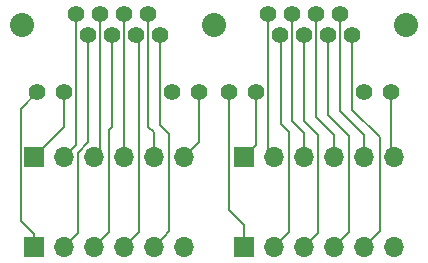
<source format=gbr>
G04 #@! TF.FileFunction,Copper,L1,Top,Signal*
%FSLAX46Y46*%
G04 Gerber Fmt 4.6, Leading zero omitted, Abs format (unit mm)*
G04 Created by KiCad (PCBNEW 4.0.6) date 12/15/17 17:43:23*
%MOMM*%
%LPD*%
G01*
G04 APERTURE LIST*
%ADD10C,0.101600*%
%ADD11C,1.397000*%
%ADD12C,2.032000*%
%ADD13R,1.700000X1.700000*%
%ADD14O,1.700000X1.700000*%
%ADD15C,0.203200*%
G04 APERTURE END LIST*
D10*
D11*
X127386619Y-94637983D03*
X129672619Y-94637983D03*
X138816619Y-94637983D03*
X141102619Y-94637983D03*
X137800619Y-89811983D03*
X135768619Y-89811983D03*
X133736619Y-89811983D03*
X131704619Y-89811983D03*
X134752619Y-88033983D03*
X132720619Y-88033983D03*
X136784619Y-88033983D03*
X130688619Y-88033983D03*
D12*
X126116619Y-88922983D03*
X142372619Y-88922983D03*
D11*
X143642619Y-94625283D03*
X145928619Y-94625283D03*
X155072619Y-94625283D03*
X157358619Y-94625283D03*
X154056619Y-89799283D03*
X152024619Y-89799283D03*
X149992619Y-89799283D03*
X147960619Y-89799283D03*
X151008619Y-88021283D03*
X148976619Y-88021283D03*
X153040619Y-88021283D03*
X146944619Y-88021283D03*
D12*
X142372619Y-88910283D03*
X158628619Y-88910283D03*
D13*
X144912619Y-107718983D03*
D14*
X147452619Y-107718983D03*
X149992619Y-107718983D03*
X152532619Y-107718983D03*
X155072619Y-107718983D03*
X157612619Y-107718983D03*
D13*
X127132619Y-107718983D03*
D14*
X129672619Y-107718983D03*
X132212619Y-107718983D03*
X134752619Y-107718983D03*
X137292619Y-107718983D03*
X139832619Y-107718983D03*
D13*
X144912619Y-100098983D03*
D14*
X147452619Y-100098983D03*
X149992619Y-100098983D03*
X152532619Y-100098983D03*
X155072619Y-100098983D03*
X157612619Y-100098983D03*
D13*
X127132619Y-100098983D03*
D14*
X129672619Y-100098983D03*
X132212619Y-100098983D03*
X134752619Y-100098983D03*
X137292619Y-100098983D03*
X139832619Y-100098983D03*
D15*
X143642619Y-104620183D02*
X144912619Y-105890183D01*
X144912619Y-105890183D02*
X144912619Y-107718983D01*
X143642619Y-94625283D02*
X143642619Y-104620183D01*
X145928619Y-94625283D02*
X145928619Y-99082983D01*
X145928619Y-99082983D02*
X144912619Y-100098983D01*
X157358619Y-94625283D02*
X157358619Y-99844983D01*
X157358619Y-99844983D02*
X157612619Y-100098983D01*
X154056619Y-89799283D02*
X154056619Y-96111183D01*
X154056619Y-96111183D02*
X156370849Y-98425413D01*
X156370849Y-98425413D02*
X156370849Y-106420753D01*
X156370849Y-106420753D02*
X155072619Y-107718983D01*
X152024619Y-89799283D02*
X152024619Y-96582853D01*
X153755055Y-106496547D02*
X153382618Y-106868984D01*
X152024619Y-96582853D02*
X153755055Y-98313289D01*
X153755055Y-98313289D02*
X153755055Y-106496547D01*
X153382618Y-106868984D02*
X152532619Y-107718983D01*
X149992619Y-89799283D02*
X149992619Y-97099404D01*
X151147420Y-98254205D02*
X151147420Y-106564182D01*
X150842618Y-106868984D02*
X149992619Y-107718983D01*
X149992619Y-97099404D02*
X151147420Y-98254205D01*
X151147420Y-106564182D02*
X150842618Y-106868984D01*
X147960619Y-89799283D02*
X147986469Y-89825133D01*
X147986469Y-89825133D02*
X147986469Y-97343970D01*
X147986469Y-97343970D02*
X148685101Y-98042602D01*
X148685101Y-98042602D02*
X148685101Y-106486501D01*
X148685101Y-106486501D02*
X148302618Y-106868984D01*
X148302618Y-106868984D02*
X147452619Y-107718983D01*
X151008619Y-88021283D02*
X151008619Y-96778459D01*
X151008619Y-96778459D02*
X152532619Y-98302459D01*
X152532619Y-98302459D02*
X152532619Y-100098983D01*
X148976619Y-88021283D02*
X148976619Y-97091640D01*
X148976619Y-97091640D02*
X149992619Y-98107640D01*
X149992619Y-98107640D02*
X149992619Y-100098983D01*
X153040619Y-88021283D02*
X153040619Y-96213736D01*
X153040619Y-96213736D02*
X155072619Y-98245736D01*
X155072619Y-98245736D02*
X155072619Y-100098983D01*
X146944619Y-88021283D02*
X146944619Y-99590983D01*
X146944619Y-99590983D02*
X147452619Y-100098983D01*
X127386619Y-94637983D02*
X125977818Y-96046784D01*
X125977818Y-96046784D02*
X125977818Y-105510982D01*
X125977818Y-105510982D02*
X127132619Y-106665783D01*
X127132619Y-106665783D02*
X127132619Y-107718983D01*
X129672619Y-94637983D02*
X129672619Y-97558983D01*
X129672619Y-97558983D02*
X127132619Y-100098983D01*
X141102619Y-94637983D02*
X141102619Y-98828983D01*
X141102619Y-98828983D02*
X139832619Y-100098983D01*
X137800619Y-89811983D02*
X137800619Y-97425836D01*
X137800619Y-97425836D02*
X138584399Y-98209616D01*
X138584399Y-98209616D02*
X138584399Y-106427203D01*
X138584399Y-106427203D02*
X138142618Y-106868984D01*
X138142618Y-106868984D02*
X137292619Y-107718983D01*
X135768619Y-89811983D02*
X135768619Y-89824149D01*
X135768619Y-89824149D02*
X135990081Y-90045611D01*
X135990081Y-90045611D02*
X135990081Y-106481521D01*
X135990081Y-106481521D02*
X135602618Y-106868984D01*
X135602618Y-106868984D02*
X134752619Y-107718983D01*
X133736619Y-89811983D02*
X133736619Y-97624133D01*
X133495226Y-106436376D02*
X133062618Y-106868984D01*
X133736619Y-97624133D02*
X133495226Y-97865526D01*
X133495226Y-97865526D02*
X133495226Y-106436376D01*
X133062618Y-106868984D02*
X132212619Y-107718983D01*
X131704619Y-89811983D02*
X131704619Y-98897877D01*
X131704619Y-98897877D02*
X130827420Y-99775076D01*
X130827420Y-99775076D02*
X130827420Y-106564182D01*
X130827420Y-106564182D02*
X130522618Y-106868984D01*
X130522618Y-106868984D02*
X129672619Y-107718983D01*
X134752619Y-88033983D02*
X134752619Y-100098983D01*
X132720619Y-88033983D02*
X132720619Y-99590983D01*
X132720619Y-99590983D02*
X132212619Y-100098983D01*
X136784619Y-88033983D02*
X136784619Y-89021811D01*
X136784619Y-89021811D02*
X136797318Y-89034510D01*
X136797318Y-89034510D02*
X136797318Y-97549845D01*
X136797318Y-97549845D02*
X137292619Y-98045146D01*
X137292619Y-98045146D02*
X137292619Y-100098983D01*
X130688619Y-88033983D02*
X130688619Y-99082983D01*
X130688619Y-99082983D02*
X129672619Y-100098983D01*
M02*

</source>
